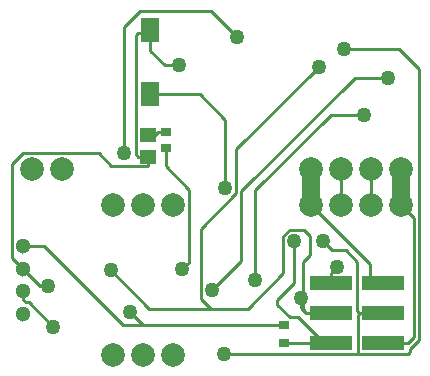
<source format=gbr>
G04 Layer_Physical_Order=1*
G04 Layer_Color=255*
%FSLAX45Y45*%
%MOMM*%
%TF.FileFunction,Copper,L1,Top,Signal*%
%TF.Part,Single*%
G01*
G75*
%TA.AperFunction,SMDPad,CuDef*%
%ADD10R,3.68000X1.27000*%
%ADD11R,0.90000X0.70000*%
%ADD12R,1.60000X2.00000*%
%ADD13R,1.40000X1.20000*%
%ADD14R,0.90000X0.80000*%
%TA.AperFunction,Conductor*%
%ADD15C,0.25400*%
%ADD16C,1.50000*%
%TA.AperFunction,ComponentPad*%
%ADD17C,2.00000*%
%ADD18C,1.30000*%
%TA.AperFunction,ViaPad*%
%ADD19C,1.27000*%
D10*
X114300Y0D02*
D03*
Y-254000D02*
D03*
Y-508000D02*
D03*
X558800D02*
D03*
Y-254000D02*
D03*
Y0D02*
D03*
D11*
X-279400Y-356799D02*
D03*
Y-506801D02*
D03*
D12*
X-1413998Y1600200D02*
D03*
Y2140199D02*
D03*
D13*
X-1436096Y1072500D02*
D03*
Y1252499D02*
D03*
D14*
X-1283696Y1283305D02*
D03*
Y1143300D02*
D03*
D15*
X-1513840Y2120900D02*
X-1413998D01*
X447040Y0D02*
Y162560D01*
X-121920Y-213360D02*
Y177800D01*
X-683539Y1132561D02*
X15240Y1831340D01*
X-683539Y762000D02*
Y1132561D01*
X-2585720Y217419D02*
X-2489200Y120899D01*
X-1413998Y1967718D02*
Y2120900D01*
X-82621Y-508000D02*
X58420D01*
X363220Y-254000D02*
X558800D01*
X358140D02*
X363220D01*
X-1419860Y-215900D02*
X-899160D01*
X-1477081Y-356799D02*
X-279400D01*
X-1647261D02*
X-1477081D01*
X-2315459Y311399D02*
X-1647261Y-356799D01*
X-2489200Y311399D02*
X-2315459D01*
X-1586088Y-247792D02*
X-1477081Y-356799D01*
X-789940Y-601980D02*
X342900D01*
Y-274320D01*
X48260Y360680D02*
X129540Y279400D01*
X241300D01*
X337820Y182880D01*
Y-233680D02*
Y182880D01*
Y-233680D02*
X358140Y-254000D01*
X-121920Y-213360D02*
X-93980Y-254000D01*
X-111760Y449580D02*
X-58699Y396519D01*
X-286741Y86639D02*
Y396519D01*
X-899160Y-215900D02*
X-589280D01*
X-982980Y-132080D02*
X-899160Y-215900D01*
X-982980Y-132080D02*
Y462559D01*
X-683539Y762000D01*
X-1747520Y111760D02*
X-1419860Y-215900D01*
X-589280D02*
X-286741Y86639D01*
Y396519D02*
X-233680Y449580D01*
X-111760D01*
X-58699Y241021D02*
Y396519D01*
X-121920Y177800D02*
X-58699Y241021D01*
X320040Y1737360D02*
X601980D01*
X-640639Y776681D02*
X320040Y1737360D01*
X-640639Y187401D02*
Y776681D01*
X-889000Y-60960D02*
X-640639Y187401D01*
X-901710Y2308860D02*
X-675645Y2082795D01*
X-1496060Y2308860D02*
X-901710D01*
X-1635760Y2169160D02*
X-1496060Y2308860D01*
X-1635760Y1102360D02*
Y2169160D01*
X-523240Y25400D02*
Y787400D01*
X114300Y1424940D01*
X398780D01*
X342900Y-274320D02*
X363220Y-254000D01*
X342900Y-601980D02*
X767080D01*
X789940Y-579120D01*
Y-553720D01*
X861060Y-482600D01*
Y1816100D01*
X695960Y1981200D02*
X861060Y1816100D01*
X228600Y1981200D02*
X695960D01*
X-1413998Y1600200D02*
X-995680D01*
X-777240Y1381760D01*
Y807720D02*
Y1381760D01*
X711200Y660400D02*
X817880Y553720D01*
Y-457200D02*
Y553720D01*
X767080Y-508000D02*
X817880Y-457200D01*
X558800Y-508000D02*
X767080D01*
X-2489200Y-142240D02*
Y-69601D01*
Y-142240D02*
X-2468880Y-162560D01*
X-2443480D01*
X-2235200Y-370840D01*
X-1290320Y1844040D02*
X-1165860D01*
X-1413998Y1967718D02*
X-1290320Y1844040D01*
X-2585720Y217419D02*
Y1005840D01*
X-2489200Y1102360D01*
X-1849831D01*
X-1742923Y995451D01*
X-1436096D01*
Y1072500D01*
X447040Y0D02*
X558800D01*
X-50800Y660400D02*
X447040Y162560D01*
X58420Y-508000D02*
X114300D01*
X-160020Y-289560D02*
X58420Y-508000D01*
X-233680Y-289560D02*
X-160020D01*
X-337820Y-185420D02*
X-233680Y-289560D01*
X-337820Y-185420D02*
Y-144221D01*
X-193040Y559D01*
Y355600D01*
X114300Y0D02*
Y83820D01*
X165100Y134620D01*
X-1283696Y989056D02*
Y1143300D01*
Y989056D02*
X-1087120Y792480D01*
Y172720D02*
Y792480D01*
X-1143000Y116840D02*
X-1087120Y172720D01*
X-2345441Y-22860D02*
X-2280920D01*
X-2489200Y120899D02*
X-2345441Y-22860D01*
X-93980Y-254000D02*
X114300D01*
X-134620Y-213360D02*
X-93980Y-254000D01*
X-134620Y-213360D02*
Y-121920D01*
X-1413998Y2120900D02*
Y2140199D01*
X-1536700Y2098040D02*
X-1513840Y2120900D01*
X-1536700Y1095360D02*
Y2098040D01*
Y1095360D02*
X-1513840Y1072500D01*
X-1436096D01*
X-1345875Y1283305D02*
X-1283696D01*
X-1376680Y1252499D02*
X-1345875Y1283305D01*
X-1436096Y1252499D02*
X-1376680D01*
X-83820Y-506801D02*
X-82621Y-508000D01*
X-279400Y-506801D02*
X-83820D01*
X203200Y660400D02*
Y965200D01*
X457200Y660400D02*
Y965200D01*
D16*
X711200Y660400D02*
Y965200D01*
X-50800Y660400D02*
Y965200D01*
D17*
X-2159000D02*
D03*
X-2413000D02*
D03*
X-1727200Y-609600D02*
D03*
X-1473200D02*
D03*
X-1219200D02*
D03*
Y660400D02*
D03*
X-1473200D02*
D03*
X-1727200D02*
D03*
X-50800Y965200D02*
D03*
X203200D02*
D03*
X457200D02*
D03*
X711200D02*
D03*
X-50800Y660400D02*
D03*
X203200D02*
D03*
X457200D02*
D03*
X711200D02*
D03*
D18*
X-2489200Y-260101D02*
D03*
Y-69601D02*
D03*
Y120899D02*
D03*
Y311399D02*
D03*
D19*
X-1586088Y-247792D02*
D03*
X-789940Y-601980D02*
D03*
X48260Y360680D02*
D03*
X15240Y1831340D02*
D03*
X-1747520Y111760D02*
D03*
X601980Y1737360D02*
D03*
X-889000Y-60960D02*
D03*
X-675645Y2082795D02*
D03*
X-1635760Y1102360D02*
D03*
X-523240Y25400D02*
D03*
X398780Y1424940D02*
D03*
X228600Y1981200D02*
D03*
X-777240Y807720D02*
D03*
X-2235200Y-370840D02*
D03*
X-1165860Y1844040D02*
D03*
X-193040Y355600D02*
D03*
X165100Y134620D02*
D03*
X-1143000Y116840D02*
D03*
X-2280920Y-22860D02*
D03*
X-134620Y-121920D02*
D03*
%TF.MD5,4fb320ae8acef57bf133dfb3624e500f*%
M02*

</source>
